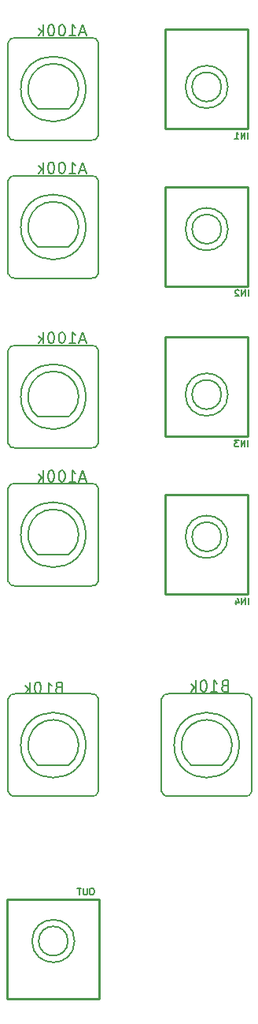
<source format=gbr>
%TF.GenerationSoftware,KiCad,Pcbnew,(5.1.9)-1*%
%TF.CreationDate,2021-03-03T00:59:23+01:00*%
%TF.ProjectId,Hands of Svarog,48616e64-7320-46f6-9620-537661726f67,rev?*%
%TF.SameCoordinates,Original*%
%TF.FileFunction,Legend,Bot*%
%TF.FilePolarity,Positive*%
%FSLAX46Y46*%
G04 Gerber Fmt 4.6, Leading zero omitted, Abs format (unit mm)*
G04 Created by KiCad (PCBNEW (5.1.9)-1) date 2021-03-03 00:59:23*
%MOMM*%
%LPD*%
G01*
G04 APERTURE LIST*
%ADD10C,0.254000*%
%ADD11C,0.127000*%
%ADD12C,0.150000*%
%ADD13C,0.152400*%
G04 APERTURE END LIST*
D10*
%TO.C,J1*%
X95114837Y-41312600D02*
X95114837Y-30644600D01*
X95114837Y-30644600D02*
X104004837Y-30644600D01*
X104004837Y-30644600D02*
X104004837Y-41312600D01*
X104004837Y-41312600D02*
X95114837Y-41312600D01*
D11*
X101134637Y-36804100D02*
G75*
G03*
X101134637Y-36804100I-1574800J0D01*
G01*
X101845837Y-36804100D02*
G75*
G03*
X101845837Y-36804100I-2286000J0D01*
G01*
D10*
%TO.C,J2*%
X104004837Y-47561000D02*
X104004837Y-58229000D01*
X104004837Y-58229000D02*
X95114837Y-58229000D01*
X95114837Y-58229000D02*
X95114837Y-47561000D01*
X95114837Y-47561000D02*
X104004837Y-47561000D01*
D11*
X101134637Y-52069500D02*
G75*
G03*
X101134637Y-52069500I-1574800J0D01*
G01*
X101845837Y-52069500D02*
G75*
G03*
X101845837Y-52069500I-2286000J0D01*
G01*
D10*
%TO.C,J3*%
X95114837Y-74332600D02*
X95114837Y-63664600D01*
X95114837Y-63664600D02*
X104004837Y-63664600D01*
X104004837Y-63664600D02*
X104004837Y-74332600D01*
X104004837Y-74332600D02*
X95114837Y-74332600D01*
D11*
X101134637Y-69824100D02*
G75*
G03*
X101134637Y-69824100I-1574800J0D01*
G01*
X101845837Y-69824100D02*
G75*
G03*
X101845837Y-69824100I-2286000J0D01*
G01*
D10*
%TO.C,J4*%
X104004837Y-80581000D02*
X104004837Y-91249000D01*
X104004837Y-91249000D02*
X95114837Y-91249000D01*
X95114837Y-91249000D02*
X95114837Y-80581000D01*
X95114837Y-80581000D02*
X104004837Y-80581000D01*
D11*
X101134637Y-85089500D02*
G75*
G03*
X101134637Y-85089500I-1574800J0D01*
G01*
X101845837Y-85089500D02*
G75*
G03*
X101845837Y-85089500I-2286000J0D01*
G01*
%TO.C,J5*%
X85335837Y-128472700D02*
G75*
G03*
X85335837Y-128472700I-2286000J0D01*
G01*
X84624637Y-128472700D02*
G75*
G03*
X84624637Y-128472700I-1574800J0D01*
G01*
D10*
X78149837Y-123964200D02*
X87949837Y-123964200D01*
X78104837Y-134632200D02*
X78104837Y-123964200D01*
X87949837Y-134632200D02*
X78149837Y-134632200D01*
X87994837Y-123964200D02*
X87994837Y-134632200D01*
D12*
%TO.C,RV2*%
X84701000Y-53998057D02*
X81399000Y-53998057D01*
D11*
X78195837Y-56831000D02*
X78195837Y-46850800D01*
X78959737Y-46340900D02*
X87139937Y-46340900D01*
X87903837Y-46850800D02*
X87903837Y-56831000D01*
X87139937Y-57340900D02*
X78959737Y-57340900D01*
X86549837Y-51840900D02*
G75*
G03*
X86549837Y-51840900I-3500000J0D01*
G01*
D12*
X81399000Y-53998057D02*
G75*
G02*
X84701000Y-53998057I1651000J2159000D01*
G01*
D11*
X78959737Y-46340900D02*
G75*
G03*
X78195837Y-46850800I-127000J-636900D01*
G01*
X87903837Y-46850800D02*
G75*
G03*
X87139937Y-46340900I-636900J-127000D01*
G01*
X87139937Y-57340900D02*
G75*
G03*
X87903837Y-56831000I127000J636900D01*
G01*
X78195837Y-56831000D02*
G75*
G03*
X78959737Y-57340900I636900J127000D01*
G01*
%TO.C,RV1*%
X86549837Y-37032699D02*
G75*
G03*
X86549837Y-37032699I-3500000J0D01*
G01*
X87139937Y-42532699D02*
X78959737Y-42532699D01*
X87903837Y-32042599D02*
X87903837Y-42022799D01*
X78959737Y-31532699D02*
X87139937Y-31532699D01*
X78195837Y-42022799D02*
X78195837Y-32042599D01*
D12*
X84701000Y-39189856D02*
X81399000Y-39189856D01*
D11*
X78195837Y-42022799D02*
G75*
G03*
X78959737Y-42532699I636900J127000D01*
G01*
X87139937Y-42532699D02*
G75*
G03*
X87903837Y-42022799I127000J636900D01*
G01*
X87903837Y-32042599D02*
G75*
G03*
X87139937Y-31532699I-636900J-127000D01*
G01*
X78959737Y-31532699D02*
G75*
G03*
X78195837Y-32042599I-127000J-636900D01*
G01*
D12*
X81399000Y-39189856D02*
G75*
G02*
X84701000Y-39189856I1651000J2159000D01*
G01*
D11*
%TO.C,RV3*%
X86549837Y-70052699D02*
G75*
G03*
X86549837Y-70052699I-3500000J0D01*
G01*
X87139937Y-75552699D02*
X78959737Y-75552699D01*
X87903837Y-65062599D02*
X87903837Y-75042799D01*
X78959737Y-64552699D02*
X87139937Y-64552699D01*
X78195837Y-75042799D02*
X78195837Y-65062599D01*
D12*
X84701000Y-72209856D02*
X81399000Y-72209856D01*
D11*
X78195837Y-75042799D02*
G75*
G03*
X78959737Y-75552699I636900J127000D01*
G01*
X87139937Y-75552699D02*
G75*
G03*
X87903837Y-75042799I127000J636900D01*
G01*
X87903837Y-65062599D02*
G75*
G03*
X87139937Y-64552699I-636900J-127000D01*
G01*
X78959737Y-64552699D02*
G75*
G03*
X78195837Y-65062599I-127000J-636900D01*
G01*
D12*
X81399000Y-72209856D02*
G75*
G02*
X84701000Y-72209856I1651000J2159000D01*
G01*
%TO.C,RV4*%
X84701000Y-87018057D02*
X81399000Y-87018057D01*
D11*
X78195837Y-89851000D02*
X78195837Y-79870800D01*
X78959737Y-79360900D02*
X87139937Y-79360900D01*
X87903837Y-79870800D02*
X87903837Y-89851000D01*
X87139937Y-90360900D02*
X78959737Y-90360900D01*
X86549837Y-84860900D02*
G75*
G03*
X86549837Y-84860900I-3500000J0D01*
G01*
D12*
X81399000Y-87018057D02*
G75*
G02*
X84701000Y-87018057I1651000J2159000D01*
G01*
D11*
X78959737Y-79360900D02*
G75*
G03*
X78195837Y-79870800I-127000J-636900D01*
G01*
X87903837Y-79870800D02*
G75*
G03*
X87139937Y-79360900I-636900J-127000D01*
G01*
X87139937Y-90360900D02*
G75*
G03*
X87903837Y-89851000I127000J636900D01*
G01*
X78195837Y-89851000D02*
G75*
G03*
X78959737Y-90360900I636900J127000D01*
G01*
%TO.C,RV5*%
X103059837Y-107443343D02*
G75*
G03*
X103059837Y-107443343I-3500000J0D01*
G01*
X103649937Y-112943343D02*
X95469737Y-112943343D01*
X104413837Y-102453243D02*
X104413837Y-112433443D01*
X95469737Y-101943343D02*
X103649937Y-101943343D01*
X94705837Y-112433443D02*
X94705837Y-102453243D01*
D12*
X101211000Y-109600500D02*
X97909000Y-109600500D01*
D11*
X94705837Y-112433443D02*
G75*
G03*
X95469737Y-112943343I636900J127000D01*
G01*
X103649937Y-112943343D02*
G75*
G03*
X104413837Y-112433443I127000J636900D01*
G01*
X104413837Y-102453243D02*
G75*
G03*
X103649937Y-101943343I-636900J-127000D01*
G01*
X95469737Y-101943343D02*
G75*
G03*
X94705837Y-102453243I-127000J-636900D01*
G01*
D12*
X97909000Y-109600500D02*
G75*
G02*
X101211000Y-109600500I1651000J2159000D01*
G01*
D11*
%TO.C,RV6*%
X86549837Y-107443343D02*
G75*
G03*
X86549837Y-107443343I-3500000J0D01*
G01*
X87139937Y-112943343D02*
X78959737Y-112943343D01*
X87903837Y-102453243D02*
X87903837Y-112433443D01*
X78959737Y-101943343D02*
X87139937Y-101943343D01*
X78195837Y-112433443D02*
X78195837Y-102453243D01*
D12*
X84701000Y-109600500D02*
X81399000Y-109600500D01*
D11*
X78195837Y-112433443D02*
G75*
G03*
X78959737Y-112943343I636900J127000D01*
G01*
X87139937Y-112943343D02*
G75*
G03*
X87903837Y-112433443I127000J636900D01*
G01*
X87903837Y-102453243D02*
G75*
G03*
X87139937Y-101943343I-636900J-127000D01*
G01*
X78959737Y-101943343D02*
G75*
G03*
X78195837Y-102453243I-127000J-636900D01*
G01*
D12*
X81399000Y-109600500D02*
G75*
G02*
X84701000Y-109600500I1651000J2159000D01*
G01*
%TO.C,J1*%
D13*
X104018673Y-42396866D02*
X104018673Y-41696866D01*
X103685340Y-42396866D02*
X103685340Y-41696866D01*
X103285340Y-42396866D01*
X103285340Y-41696866D01*
X102585340Y-42396866D02*
X102985340Y-42396866D01*
X102785340Y-42396866D02*
X102785340Y-41696866D01*
X102852006Y-41796866D01*
X102918673Y-41863533D01*
X102985340Y-41896866D01*
%TO.C,J2*%
X104070526Y-59262466D02*
X104070526Y-58562466D01*
X103737193Y-59262466D02*
X103737193Y-58562466D01*
X103337193Y-59262466D01*
X103337193Y-58562466D01*
X103037193Y-58629133D02*
X103003860Y-58595800D01*
X102937193Y-58562466D01*
X102770526Y-58562466D01*
X102703860Y-58595800D01*
X102670526Y-58629133D01*
X102637193Y-58695800D01*
X102637193Y-58762466D01*
X102670526Y-58862466D01*
X103070526Y-59262466D01*
X102637193Y-59262466D01*
%TO.C,J3*%
X104018673Y-75416866D02*
X104018673Y-74716866D01*
X103685340Y-75416866D02*
X103685340Y-74716866D01*
X103285340Y-75416866D01*
X103285340Y-74716866D01*
X103018673Y-74716866D02*
X102585340Y-74716866D01*
X102818673Y-74983533D01*
X102718673Y-74983533D01*
X102652006Y-75016866D01*
X102618673Y-75050200D01*
X102585340Y-75116866D01*
X102585340Y-75283533D01*
X102618673Y-75350200D01*
X102652006Y-75383533D01*
X102718673Y-75416866D01*
X102918673Y-75416866D01*
X102985340Y-75383533D01*
X103018673Y-75350200D01*
%TO.C,J4*%
X104070526Y-92358666D02*
X104070526Y-91658666D01*
X103737193Y-92358666D02*
X103737193Y-91658666D01*
X103337193Y-92358666D01*
X103337193Y-91658666D01*
X102703860Y-91892000D02*
X102703860Y-92358666D01*
X102870526Y-91625333D02*
X103037193Y-92125333D01*
X102603860Y-92125333D01*
%TO.C,J5*%
X87273577Y-122799066D02*
X87140243Y-122799066D01*
X87073577Y-122832400D01*
X87006910Y-122899066D01*
X86973577Y-123032400D01*
X86973577Y-123265733D01*
X87006910Y-123399066D01*
X87073577Y-123465733D01*
X87140243Y-123499066D01*
X87273577Y-123499066D01*
X87340243Y-123465733D01*
X87406910Y-123399066D01*
X87440243Y-123265733D01*
X87440243Y-123032400D01*
X87406910Y-122899066D01*
X87340243Y-122832400D01*
X87273577Y-122799066D01*
X86673577Y-122799066D02*
X86673577Y-123365733D01*
X86640243Y-123432400D01*
X86606910Y-123465733D01*
X86540243Y-123499066D01*
X86406910Y-123499066D01*
X86340243Y-123465733D01*
X86306910Y-123432400D01*
X86273577Y-123365733D01*
X86273577Y-122799066D01*
X86040243Y-122799066D02*
X85640243Y-122799066D01*
X85840243Y-123499066D02*
X85840243Y-122799066D01*
%TO.C,RV2*%
X86497626Y-45761833D02*
X85923102Y-45761833D01*
X86612531Y-46106547D02*
X86210364Y-44900047D01*
X85808198Y-46106547D01*
X84774055Y-46106547D02*
X85463483Y-46106547D01*
X85118769Y-46106547D02*
X85118769Y-44900047D01*
X85233674Y-45072404D01*
X85348579Y-45187309D01*
X85463483Y-45244761D01*
X84027174Y-44900047D02*
X83912269Y-44900047D01*
X83797364Y-44957500D01*
X83739912Y-45014952D01*
X83682460Y-45129857D01*
X83625007Y-45359666D01*
X83625007Y-45646928D01*
X83682460Y-45876738D01*
X83739912Y-45991642D01*
X83797364Y-46049095D01*
X83912269Y-46106547D01*
X84027174Y-46106547D01*
X84142079Y-46049095D01*
X84199531Y-45991642D01*
X84256983Y-45876738D01*
X84314436Y-45646928D01*
X84314436Y-45359666D01*
X84256983Y-45129857D01*
X84199531Y-45014952D01*
X84142079Y-44957500D01*
X84027174Y-44900047D01*
X82878126Y-44900047D02*
X82763221Y-44900047D01*
X82648317Y-44957500D01*
X82590864Y-45014952D01*
X82533412Y-45129857D01*
X82475960Y-45359666D01*
X82475960Y-45646928D01*
X82533412Y-45876738D01*
X82590864Y-45991642D01*
X82648317Y-46049095D01*
X82763221Y-46106547D01*
X82878126Y-46106547D01*
X82993031Y-46049095D01*
X83050483Y-45991642D01*
X83107936Y-45876738D01*
X83165388Y-45646928D01*
X83165388Y-45359666D01*
X83107936Y-45129857D01*
X83050483Y-45014952D01*
X82993031Y-44957500D01*
X82878126Y-44900047D01*
X81958888Y-46106547D02*
X81958888Y-44900047D01*
X81843983Y-45646928D02*
X81499269Y-46106547D01*
X81499269Y-45302214D02*
X81958888Y-45761833D01*
%TO.C,RV1*%
X86497626Y-30979033D02*
X85923102Y-30979033D01*
X86612531Y-31323747D02*
X86210364Y-30117247D01*
X85808198Y-31323747D01*
X84774055Y-31323747D02*
X85463483Y-31323747D01*
X85118769Y-31323747D02*
X85118769Y-30117247D01*
X85233674Y-30289604D01*
X85348579Y-30404509D01*
X85463483Y-30461961D01*
X84027174Y-30117247D02*
X83912269Y-30117247D01*
X83797364Y-30174700D01*
X83739912Y-30232152D01*
X83682460Y-30347057D01*
X83625007Y-30576866D01*
X83625007Y-30864128D01*
X83682460Y-31093938D01*
X83739912Y-31208842D01*
X83797364Y-31266295D01*
X83912269Y-31323747D01*
X84027174Y-31323747D01*
X84142079Y-31266295D01*
X84199531Y-31208842D01*
X84256983Y-31093938D01*
X84314436Y-30864128D01*
X84314436Y-30576866D01*
X84256983Y-30347057D01*
X84199531Y-30232152D01*
X84142079Y-30174700D01*
X84027174Y-30117247D01*
X82878126Y-30117247D02*
X82763221Y-30117247D01*
X82648317Y-30174700D01*
X82590864Y-30232152D01*
X82533412Y-30347057D01*
X82475960Y-30576866D01*
X82475960Y-30864128D01*
X82533412Y-31093938D01*
X82590864Y-31208842D01*
X82648317Y-31266295D01*
X82763221Y-31323747D01*
X82878126Y-31323747D01*
X82993031Y-31266295D01*
X83050483Y-31208842D01*
X83107936Y-31093938D01*
X83165388Y-30864128D01*
X83165388Y-30576866D01*
X83107936Y-30347057D01*
X83050483Y-30232152D01*
X82993031Y-30174700D01*
X82878126Y-30117247D01*
X81958888Y-31323747D02*
X81958888Y-30117247D01*
X81843983Y-30864128D02*
X81499269Y-31323747D01*
X81499269Y-30519414D02*
X81958888Y-30979033D01*
%TO.C,RV3*%
X86497626Y-63973633D02*
X85923102Y-63973633D01*
X86612531Y-64318347D02*
X86210364Y-63111847D01*
X85808198Y-64318347D01*
X84774055Y-64318347D02*
X85463483Y-64318347D01*
X85118769Y-64318347D02*
X85118769Y-63111847D01*
X85233674Y-63284204D01*
X85348579Y-63399109D01*
X85463483Y-63456561D01*
X84027174Y-63111847D02*
X83912269Y-63111847D01*
X83797364Y-63169300D01*
X83739912Y-63226752D01*
X83682460Y-63341657D01*
X83625007Y-63571466D01*
X83625007Y-63858728D01*
X83682460Y-64088538D01*
X83739912Y-64203442D01*
X83797364Y-64260895D01*
X83912269Y-64318347D01*
X84027174Y-64318347D01*
X84142079Y-64260895D01*
X84199531Y-64203442D01*
X84256983Y-64088538D01*
X84314436Y-63858728D01*
X84314436Y-63571466D01*
X84256983Y-63341657D01*
X84199531Y-63226752D01*
X84142079Y-63169300D01*
X84027174Y-63111847D01*
X82878126Y-63111847D02*
X82763221Y-63111847D01*
X82648317Y-63169300D01*
X82590864Y-63226752D01*
X82533412Y-63341657D01*
X82475960Y-63571466D01*
X82475960Y-63858728D01*
X82533412Y-64088538D01*
X82590864Y-64203442D01*
X82648317Y-64260895D01*
X82763221Y-64318347D01*
X82878126Y-64318347D01*
X82993031Y-64260895D01*
X83050483Y-64203442D01*
X83107936Y-64088538D01*
X83165388Y-63858728D01*
X83165388Y-63571466D01*
X83107936Y-63341657D01*
X83050483Y-63226752D01*
X82993031Y-63169300D01*
X82878126Y-63111847D01*
X81958888Y-64318347D02*
X81958888Y-63111847D01*
X81843983Y-63858728D02*
X81499269Y-64318347D01*
X81499269Y-63514014D02*
X81958888Y-63973633D01*
%TO.C,RV4*%
X86497626Y-78832633D02*
X85923102Y-78832633D01*
X86612531Y-79177347D02*
X86210364Y-77970847D01*
X85808198Y-79177347D01*
X84774055Y-79177347D02*
X85463483Y-79177347D01*
X85118769Y-79177347D02*
X85118769Y-77970847D01*
X85233674Y-78143204D01*
X85348579Y-78258109D01*
X85463483Y-78315561D01*
X84027174Y-77970847D02*
X83912269Y-77970847D01*
X83797364Y-78028300D01*
X83739912Y-78085752D01*
X83682460Y-78200657D01*
X83625007Y-78430466D01*
X83625007Y-78717728D01*
X83682460Y-78947538D01*
X83739912Y-79062442D01*
X83797364Y-79119895D01*
X83912269Y-79177347D01*
X84027174Y-79177347D01*
X84142079Y-79119895D01*
X84199531Y-79062442D01*
X84256983Y-78947538D01*
X84314436Y-78717728D01*
X84314436Y-78430466D01*
X84256983Y-78200657D01*
X84199531Y-78085752D01*
X84142079Y-78028300D01*
X84027174Y-77970847D01*
X82878126Y-77970847D02*
X82763221Y-77970847D01*
X82648317Y-78028300D01*
X82590864Y-78085752D01*
X82533412Y-78200657D01*
X82475960Y-78430466D01*
X82475960Y-78717728D01*
X82533412Y-78947538D01*
X82590864Y-79062442D01*
X82648317Y-79119895D01*
X82763221Y-79177347D01*
X82878126Y-79177347D01*
X82993031Y-79119895D01*
X83050483Y-79062442D01*
X83107936Y-78947538D01*
X83165388Y-78717728D01*
X83165388Y-78430466D01*
X83107936Y-78200657D01*
X83050483Y-78085752D01*
X82993031Y-78028300D01*
X82878126Y-77970847D01*
X81958888Y-79177347D02*
X81958888Y-77970847D01*
X81843983Y-78717728D02*
X81499269Y-79177347D01*
X81499269Y-78373014D02*
X81958888Y-78832633D01*
%TO.C,RV5*%
X101469717Y-101075171D02*
X101297360Y-101132623D01*
X101239907Y-101190076D01*
X101182455Y-101304980D01*
X101182455Y-101477338D01*
X101239907Y-101592242D01*
X101297360Y-101649695D01*
X101412264Y-101707147D01*
X101871883Y-101707147D01*
X101871883Y-100500647D01*
X101469717Y-100500647D01*
X101354812Y-100558100D01*
X101297360Y-100615552D01*
X101239907Y-100730457D01*
X101239907Y-100845361D01*
X101297360Y-100960266D01*
X101354812Y-101017719D01*
X101469717Y-101075171D01*
X101871883Y-101075171D01*
X100033407Y-101707147D02*
X100722836Y-101707147D01*
X100378121Y-101707147D02*
X100378121Y-100500647D01*
X100493026Y-100673004D01*
X100607931Y-100787909D01*
X100722836Y-100845361D01*
X99286526Y-100500647D02*
X99171621Y-100500647D01*
X99056717Y-100558100D01*
X98999264Y-100615552D01*
X98941812Y-100730457D01*
X98884360Y-100960266D01*
X98884360Y-101247528D01*
X98941812Y-101477338D01*
X98999264Y-101592242D01*
X99056717Y-101649695D01*
X99171621Y-101707147D01*
X99286526Y-101707147D01*
X99401431Y-101649695D01*
X99458883Y-101592242D01*
X99516336Y-101477338D01*
X99573788Y-101247528D01*
X99573788Y-100960266D01*
X99516336Y-100730457D01*
X99458883Y-100615552D01*
X99401431Y-100558100D01*
X99286526Y-100500647D01*
X98367288Y-101707147D02*
X98367288Y-100500647D01*
X98252383Y-101247528D02*
X97907669Y-101707147D01*
X97907669Y-100902814D02*
X98367288Y-101362433D01*
%TO.C,RV6*%
X83613517Y-101265671D02*
X83441160Y-101323123D01*
X83383707Y-101380576D01*
X83326255Y-101495480D01*
X83326255Y-101667838D01*
X83383707Y-101782742D01*
X83441160Y-101840195D01*
X83556064Y-101897647D01*
X84015683Y-101897647D01*
X84015683Y-100691147D01*
X83613517Y-100691147D01*
X83498612Y-100748600D01*
X83441160Y-100806052D01*
X83383707Y-100920957D01*
X83383707Y-101035861D01*
X83441160Y-101150766D01*
X83498612Y-101208219D01*
X83613517Y-101265671D01*
X84015683Y-101265671D01*
X82177207Y-101897647D02*
X82866636Y-101897647D01*
X82521921Y-101897647D02*
X82521921Y-100691147D01*
X82636826Y-100863504D01*
X82751731Y-100978409D01*
X82866636Y-101035861D01*
X81430326Y-100691147D02*
X81315421Y-100691147D01*
X81200517Y-100748600D01*
X81143064Y-100806052D01*
X81085612Y-100920957D01*
X81028160Y-101150766D01*
X81028160Y-101438028D01*
X81085612Y-101667838D01*
X81143064Y-101782742D01*
X81200517Y-101840195D01*
X81315421Y-101897647D01*
X81430326Y-101897647D01*
X81545231Y-101840195D01*
X81602683Y-101782742D01*
X81660136Y-101667838D01*
X81717588Y-101438028D01*
X81717588Y-101150766D01*
X81660136Y-100920957D01*
X81602683Y-100806052D01*
X81545231Y-100748600D01*
X81430326Y-100691147D01*
X80511088Y-101897647D02*
X80511088Y-100691147D01*
X80396183Y-101438028D02*
X80051469Y-101897647D01*
X80051469Y-101093314D02*
X80511088Y-101552933D01*
%TD*%
M02*

</source>
